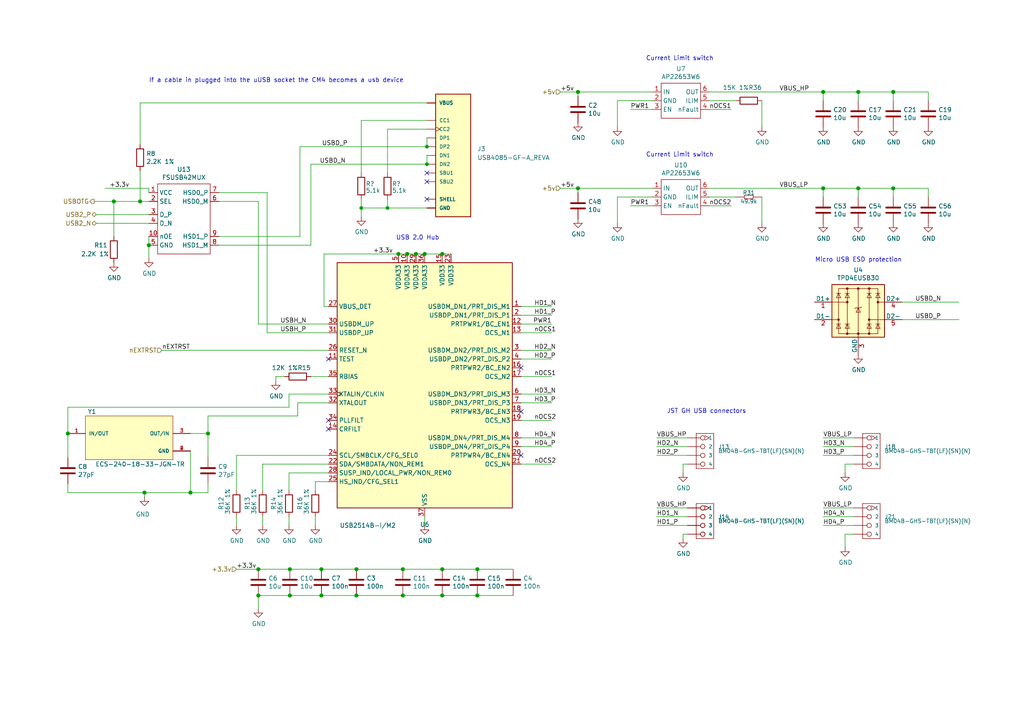
<source format=kicad_sch>
(kicad_sch (version 20201015) (generator eeschema)
  (page 1 6)
  (paper "A4")
  (title_block (title "Compute Module 4 IO Board - USB") (rev "1") (company "(c) Raspberry Pi Trading 2020") (comment 1 "www.raspberrypi.org"))
  (lib_symbols
    (symbol "CM4IO:AP2553W6"
      (property "Reference" "U" (at 3.81 -6.35 0))
      (property "Value" "AP2553W6" (at -3.81 -6.35 0))
      (symbol "AP2553W6_0_0"
        (pin power_in line (at -8.89 2.54 0) (length 2.54) (name "IN") (number "1"))
        (pin power_out line (at -8.89 0 0) (length 2.54) (name "GND") (number "2"))
        (pin input line (at -8.89 -2.54 0) (length 2.54) (name "EN") (number "3"))
        (pin open_collector line (at 7.62 -2.54 180) (length 2.54) (name "nFault") (number "4"))
        (pin passive line (at 7.62 0 180) (length 2.54) (name "ILIM") (number "5"))
        (pin power_out line (at 7.62 2.54 180) (length 2.54) (name "OUT") (number "6"))
      )
    )
    (symbol "CM4IO:FSUSB42MX"
      (property "Reference" "U" (at -7.62 20.32 0))
      (property "Value" "FSUSB42MX" (at -2.54 -2.54 0))
      (symbol "FSUSB42MX_0_0"
        (pin power_in line (at 8.89 16.51 180) (length 2.54) (name "VCC") (number "1"))
        (pin input line (at 8.89 3.81 180) (length 2.54) (name "nOE") (number "10"))
        (pin input line (at 8.89 13.97 180) (length 2.54) (name "SEL") (number "2"))
        (pin bidirectional line (at 8.89 10.16 180) (length 2.54) (name "D_P") (number "3"))
        (pin bidirectional line (at 8.89 7.62 180) (length 2.54) (name "D_N") (number "4"))
        (pin power_in line (at 8.89 1.27 180) (length 2.54) (name "GND") (number "5"))
        (pin bidirectional line (at -11.43 13.97 0) (length 2.54) (name "HSD0_M") (number "6"))
        (pin bidirectional line (at -11.43 16.51 0) (length 2.54) (name "HSD0_P") (number "7"))
        (pin bidirectional line (at -11.43 1.27 0) (length 2.54) (name "HSD1_M") (number "8"))
        (pin bidirectional line (at -11.43 3.81 0) (length 2.54) (name "HSD1_P") (number "9"))
      )
    )
    (symbol "CM4IO:TPD4EUSB30" (pin_names (offset 0))
      (property "Reference" "U" (at -0.635 8.89 0))
      (property "Value" "TPD4EUSB30" (at 8.89 -10.16 0))
      (symbol "TPD4EUSB30_1_1"
        (pin passive line (at -12.7 2.54 0) (length 5.08) (name "D1+") (number "1"))
        (pin passive line (at -12.7 2.54 0) (length 5.08) hide (name "~") (number "10"))
        (pin passive line (at -12.7 -2.54 0) (length 5.08) (name "D1-") (number "2"))
        (pin power_in line (at 0 -12.7 90) (length 5.08) (name "GND") (number "3"))
        (pin passive line (at 12.7 2.54 180) (length 5.08) (name "D2+") (number "4"))
        (pin passive line (at 12.7 -2.54 180) (length 5.08) (name "D2-") (number "5"))
        (pin passive line (at 12.7 -2.54 180) (length 5.08) hide (name "~") (number "6"))
        (pin passive line (at 12.7 2.54 180) (length 5.08) hide (name "~") (number "7"))
        (pin passive line (at 0 -12.7 90) (length 5.08) hide (name "GND") (number "8"))
        (pin passive line (at -12.7 -2.54 0) (length 5.08) hide (name "~") (number "9"))
      )
    )
    (symbol "Device:C" (pin_numbers hide) (pin_names (offset 0.254))
      (property "Reference" "C" (at 0.635 2.54 0))
      (property "Value" "C" (at 0.635 -2.54 0))
      (symbol "C_1_1"
        (pin passive line (at 0 3.81 270) (length 2.794) (name "~") (number "1"))
        (pin passive line (at 0 -3.81 90) (length 2.794) (name "~") (number "2"))
      )
    )
    (symbol "Device:R" (pin_numbers hide) (pin_names (offset 0))
      (property "Reference" "R" (at 2.032 0 90))
      (property "Value" "R" (at 0 0 90))
      (symbol "R_1_1"
        (pin passive line (at 0 3.81 270) (length 1.27) (name "~") (number "1"))
        (pin passive line (at 0 -3.81 90) (length 1.27) (name "~") (number "2"))
      )
    )
    (symbol "ECS-240-18-33-JGN-TR:ECS-240-18-33-JGN-TR" (pin_names (offset 1.016))
      (property "Reference" "Y" (at -12.7254 7.62 0))
      (property "Value" "ECS-240-18-33-JGN-TR" (at -12.7254 -7.62 0))
      (symbol "ECS-240-18-33-JGN-TR_0_0"
        (pin bidirectional line (at 17.78 2.54 180) (length 5.08) (name "OUT/IN") (number "3"))
        (pin bidirectional line (at -17.78 2.54 0) (length 5.08) (name "IN/OUT") (number "1"))
        (pin power_in line (at 17.78 -2.54 180) (length 5.08) (name "GND") (number "2"))
        (pin power_in line (at 17.78 -2.54 180) (length 5.08) (name "GND") (number "4"))
      )
    )
    (symbol "Interface_USB:USB2514B_Bi"
      (property "Reference" "U" (at -17.78 40.64 0))
      (property "Value" "USB2514B_Bi" (at -20.32 38.1 0))
      (symbol "USB2514B_Bi_1_1"
        (pin bidirectional line (at 27.94 22.86 180) (length 2.54) (name "USBDM_DN1/PRT_DIS_M1") (number "1"))
        (pin power_in line (at -5.08 38.1 270) (length 2.54) (name "VDDA33") (number "10"))
        (pin input line (at -27.94 7.62 0) (length 2.54) (name "TEST") (number "11"))
        (pin bidirectional line (at 27.94 17.78 180) (length 2.54) (name "PRTPWR1/BC_EN1") (number "12"))
        (pin input line (at 27.94 15.24 180) (length 2.54) (name "OCS_N1") (number "13"))
        (pin input line (at -27.94 -12.7 0) (length 2.54) (name "CRFILT") (number "14"))
        (pin power_in line (at 5.08 38.1 270) (length 2.54) (name "VDD33") (number "15"))
        (pin bidirectional line (at 27.94 5.08 180) (length 2.54) (name "PRTPWR2/BC_EN2") (number "16"))
        (pin input line (at 27.94 2.54 180) (length 2.54) (name "OCS_N2") (number "17"))
        (pin bidirectional line (at 27.94 -7.62 180) (length 2.54) (name "PRTPWR3/BC_EN3") (number "18"))
        (pin input line (at 27.94 -10.16 180) (length 2.54) (name "OCS_N3") (number "19"))
        (pin bidirectional line (at 27.94 20.32 180) (length 2.54) (name "USBDP_DN1/PRT_DIS_P1") (number "2"))
        (pin bidirectional line (at 27.94 -20.32 180) (length 2.54) (name "PRTPWR4/BC_EN4") (number "20"))
        (pin input line (at 27.94 -22.86 180) (length 2.54) (name "OCS_N4") (number "21"))
        (pin bidirectional line (at -27.94 -22.86 0) (length 2.54) (name "SDA/SMBDATA/NON_REM1") (number "22"))
        (pin power_in line (at 7.62 38.1 270) (length 2.54) (name "VDD33") (number "23"))
        (pin bidirectional line (at -27.94 -20.32 0) (length 2.54) (name "SCL/SMBCLK/CFG_SEL0") (number "24"))
        (pin bidirectional line (at -27.94 -27.94 0) (length 2.54) (name "HS_IND/CFG_SEL1") (number "25"))
        (pin input line (at -27.94 10.16 0) (length 2.54) (name "RESET_N") (number "26"))
        (pin input line (at -27.94 22.86 0) (length 2.54) (name "VBUS_DET") (number "27"))
        (pin bidirectional line (at -27.94 -25.4 0) (length 2.54) (name "SUSP_IND/LOCAL_PWR/NON_REM0") (number "28"))
        (pin power_in line (at -2.54 38.1 270) (length 2.54) (name "VDDA33") (number "29"))
        (pin bidirectional line (at 27.94 10.16 180) (length 2.54) (name "USBDM_DN2/PRT_DIS_M2") (number "3"))
        (pin bidirectional line (at -27.94 17.78 0) (length 2.54) (name "USBDM_UP") (number "30"))
        (pin bidirectional line (at -27.94 15.24 0) (length 2.54) (name "USBDP_UP") (number "31"))
        (pin output line (at -27.94 -5.08 0) (length 2.54) (name "XTALOUT") (number "32"))
        (pin input clock (at -27.94 -2.54 0) (length 2.54) (name "XTALIN/CLKIN") (number "33"))
        (pin input line (at -27.94 -10.16 0) (length 2.54) (name "PLLFILT") (number "34"))
        (pin input line (at -27.94 2.54 0) (length 2.54) (name "RBIAS") (number "35"))
        (pin power_in line (at 0 38.1 270) (length 2.54) (name "VDDA33") (number "36"))
        (pin power_in line (at 0 -38.1 90) (length 2.54) (name "VSS") (number "37"))
        (pin bidirectional line (at 27.94 7.62 180) (length 2.54) (name "USBDP_DN2/PRT_DIS_P2") (number "4"))
        (pin power_in line (at -7.62 38.1 270) (length 2.54) (name "VDDA33") (number "5"))
        (pin bidirectional line (at 27.94 -2.54 180) (length 2.54) (name "USBDM_DN3/PRT_DIS_M3") (number "6"))
        (pin bidirectional line (at 27.94 -5.08 180) (length 2.54) (name "USBDP_DN3/PRT_DIS_P3") (number "7"))
        (pin bidirectional line (at 27.94 -15.24 180) (length 2.54) (name "USBDM_DN4/PRT_DIS_M4") (number "8"))
        (pin bidirectional line (at 27.94 -17.78 180) (length 2.54) (name "USBDP_DN4/PRT_DIS_P4") (number "9"))
      )
    )
    (symbol "OPL_Connector:GROVE-CONNECTOR-SMD-90D_4+2P-2.0_" (pin_numbers hide) (pin_names (offset 1.016))
      (property "Reference" "J" (at -7.62 6.35 0))
      (property "Value" "GROVE-CONNECTOR-SMD-90D_4+2P-2.0_" (at 1.27 6.35 0))
      (symbol "GROVE-CONNECTOR-SMD-90D_4+2P-2.0__1_1"
        (pin bidirectional inverted_clock (at -5.08 3.81 0) (length 5.08) (name "1") (number "1"))
        (pin bidirectional inverted (at -5.08 1.27 0) (length 5.08) (name "2") (number "2"))
        (pin bidirectional inverted (at -5.08 -1.27 0) (length 5.08) (name "3") (number "3"))
        (pin bidirectional inverted (at -5.08 -3.81 0) (length 5.08) (name "4") (number "4"))
      )
    )
    (symbol "OPL_Resistor:SMD-RES-49.9R-1%-1_16W_0402_" (pin_numbers hide) (pin_names (offset 1.016) hide)
      (property "Reference" "R" (at -3.81 1.27 0))
      (property "Value" "SMD-RES-49.9R-1%-1_16W_0402_" (at -3.81 -2.54 0))
      (symbol "SMD-RES-49.9R-1%-1_16W_0402__1_1"
        (pin passive line (at -3.81 0 0) (length 2.54) (name "1") (number "1"))
        (pin passive line (at 3.81 0 180) (length 2.54) (name "2") (number "2"))
      )
    )
    (symbol "USB4085-GF-A_REVA:USB4085-GF-A_REVA" (pin_numbers hide) (pin_names (offset 1.016))
      (property "Reference" "J" (at -5.1054 18.3134 0))
      (property "Value" "USB4085-GF-A_REVA" (at -5.1054 -20.3708 0))
      (symbol "USB4085-GF-A_REVA_0_0"
        (pin power_in line (at -7.62 15.24 0) (length 2.54) (name "VBUS") (number "A4"))
        (pin power_in line (at -7.62 15.24 0) (length 2.54) (name "VBUS") (number "A9"))
        (pin power_in line (at -7.62 15.24 0) (length 2.54) (name "VBUS") (number "B4"))
        (pin power_in line (at -7.62 15.24 0) (length 2.54) (name "VBUS") (number "B9"))
        (pin bidirectional line (at -7.62 10.16 0) (length 2.54) (name "CC1") (number "A5"))
        (pin bidirectional clock (at -7.62 7.62 0) (length 2.54) (name "CC2") (number "B5"))
        (pin bidirectional line (at -7.62 5.08 0) (length 2.54) (name "DP1") (number "A6"))
        (pin bidirectional line (at -7.62 2.54 0) (length 2.54) (name "DP2") (number "B6"))
        (pin bidirectional line (at -7.62 0 0) (length 2.54) (name "DN1") (number "A7"))
        (pin bidirectional line (at -7.62 -2.54 0) (length 2.54) (name "DN2") (number "B7"))
        (pin bidirectional line (at -7.62 -5.08 0) (length 2.54) (name "SBU1") (number "A8"))
        (pin bidirectional line (at -7.62 -7.62 0) (length 2.54) (name "SBU2") (number "B8"))
        (pin passive line (at -7.62 -15.24 0) (length 2.54) (name "GND") (number "A1"))
        (pin passive line (at -7.62 -15.24 0) (length 2.54) (name "GND") (number "A12"))
        (pin passive line (at -7.62 -15.24 0) (length 2.54) (name "GND") (number "B1"))
        (pin passive line (at -7.62 -15.24 0) (length 2.54) (name "GND") (number "B12"))
        (pin passive line (at -7.62 -12.7 0) (length 2.54) (name "SHELL") (number "P1"))
        (pin passive line (at -7.62 -12.7 0) (length 2.54) (name "SHELL") (number "P2"))
        (pin passive line (at -7.62 -12.7 0) (length 2.54) (name "SHELL") (number "P3"))
        (pin passive line (at -7.62 -12.7 0) (length 2.54) (name "SHELL") (number "P4"))
      )
    )
    (symbol "power:GND" (power) (pin_names (offset 0))
      (property "Value" "GND" (at 0 -3.81 0))
      (symbol "GND_1_1"
        (pin power_in line (at 0 0 270) (length 0) hide (name "GND") (number "1"))
      )
    )
  )
  (junction (at 19.685 125.73) (diameter 1.016))
  (junction (at 33.02 58.42) (diameter 1.016))
  (junction (at 40.64 58.42) (diameter 1.016))
  (junction (at 41.91 142.875) (diameter 1.016))
  (junction (at 43.18 71.12) (diameter 1.016))
  (junction (at 55.245 142.875) (diameter 1.016))
  (junction (at 60.325 125.73) (diameter 1.016))
  (junction (at 74.93 165.1) (diameter 1.016))
  (junction (at 74.93 172.72) (diameter 1.016))
  (junction (at 84.074 165.1) (diameter 1.016))
  (junction (at 84.074 172.72) (diameter 1.016))
  (junction (at 93.218 165.1) (diameter 1.016))
  (junction (at 93.218 172.72) (diameter 1.016))
  (junction (at 103.378 165.1) (diameter 1.016))
  (junction (at 103.378 172.72) (diameter 1.016))
  (junction (at 104.775 60.325) (diameter 0.9144))
  (junction (at 112.395 60.325) (diameter 0.9144))
  (junction (at 115.57 73.66) (diameter 1.016))
  (junction (at 116.84 165.1) (diameter 1.016))
  (junction (at 116.84 172.72) (diameter 1.016))
  (junction (at 118.11 73.66) (diameter 1.016))
  (junction (at 120.65 73.66) (diameter 1.016))
  (junction (at 123.19 73.66) (diameter 1.016))
  (junction (at 123.825 42.545) (diameter 0.9144))
  (junction (at 123.825 47.625) (diameter 0.9144))
  (junction (at 128.27 73.66) (diameter 1.016))
  (junction (at 128.27 165.1) (diameter 1.016))
  (junction (at 128.27 172.72) (diameter 1.016))
  (junction (at 138.43 165.1) (diameter 1.016))
  (junction (at 138.43 172.72) (diameter 1.016))
  (junction (at 167.64 26.67) (diameter 1.016))
  (junction (at 167.64 54.61) (diameter 1.016))
  (junction (at 238.76 26.67) (diameter 1.016))
  (junction (at 238.76 54.61) (diameter 1.016))
  (junction (at 248.92 26.67) (diameter 1.016))
  (junction (at 248.92 54.61) (diameter 1.016))
  (junction (at 259.08 26.67) (diameter 1.016))
  (junction (at 259.08 54.61) (diameter 1.016))
  (no_connect (at 95.25 104.14))
  (no_connect (at 151.13 106.68))
  (no_connect (at 151.13 119.38))
  (no_connect (at 151.13 132.08))
  (no_connect (at 123.825 57.785))
  (no_connect (at 95.25 124.46))
  (no_connect (at 123.825 50.165))
  (no_connect (at 123.825 52.705))
  (no_connect (at 95.25 121.92))
  (wire (pts (xy 19.685 118.11) (xy 83.82 118.11)))
  (wire (pts (xy 19.685 125.73) (xy 19.685 118.11)))
  (wire (pts (xy 19.685 125.73) (xy 19.685 132.715)))
  (wire (pts (xy 19.685 140.335) (xy 19.685 142.875)))
  (wire (pts (xy 19.685 142.875) (xy 41.91 142.875)))
  (wire (pts (xy 27.305 58.42) (xy 33.02 58.42)))
  (wire (pts (xy 27.94 62.23) (xy 43.18 62.23)))
  (wire (pts (xy 27.94 64.77) (xy 43.18 64.77)))
  (wire (pts (xy 30.48 54.61) (xy 43.18 54.61)))
  (wire (pts (xy 33.02 58.42) (xy 33.02 68.58)))
  (wire (pts (xy 40.64 29.845) (xy 40.64 41.91)))
  (wire (pts (xy 40.64 29.845) (xy 123.825 29.845)))
  (wire (pts (xy 40.64 49.53) (xy 40.64 58.42)))
  (wire (pts (xy 40.64 58.42) (xy 33.02 58.42)))
  (wire (pts (xy 41.91 142.875) (xy 41.91 144.145)))
  (wire (pts (xy 43.18 55.88) (xy 43.18 54.61)))
  (wire (pts (xy 43.18 58.42) (xy 40.64 58.42)))
  (wire (pts (xy 43.18 68.58) (xy 43.18 71.12)))
  (wire (pts (xy 43.18 71.12) (xy 43.18 74.93)))
  (wire (pts (xy 46.99 101.6) (xy 95.25 101.6)))
  (wire (pts (xy 55.245 125.73) (xy 60.325 125.73)))
  (wire (pts (xy 55.245 130.81) (xy 55.245 142.875)))
  (wire (pts (xy 55.245 142.875) (xy 41.91 142.875)))
  (wire (pts (xy 60.325 120.65) (xy 60.325 125.73)))
  (wire (pts (xy 60.325 125.73) (xy 60.325 132.715)))
  (wire (pts (xy 60.325 140.335) (xy 60.325 142.875)))
  (wire (pts (xy 60.325 142.875) (xy 55.245 142.875)))
  (wire (pts (xy 63.5 55.88) (xy 77.47 55.88)))
  (wire (pts (xy 63.5 58.42) (xy 74.93 58.42)))
  (wire (pts (xy 63.5 68.58) (xy 86.995 68.58)))
  (wire (pts (xy 63.5 71.12) (xy 90.17 71.12)))
  (wire (pts (xy 68.58 132.08) (xy 95.25 132.08)))
  (wire (pts (xy 68.58 142.24) (xy 68.58 132.08)))
  (wire (pts (xy 68.58 149.86) (xy 68.58 152.4)))
  (wire (pts (xy 68.58 165.1) (xy 74.93 165.1)))
  (wire (pts (xy 74.93 58.42) (xy 74.93 93.98)))
  (wire (pts (xy 74.93 165.1) (xy 84.074 165.1)))
  (wire (pts (xy 74.93 172.72) (xy 84.074 172.72)))
  (wire (pts (xy 74.93 176.53) (xy 74.93 172.72)))
  (wire (pts (xy 76.2 134.62) (xy 95.25 134.62)))
  (wire (pts (xy 76.2 142.24) (xy 76.2 134.62)))
  (wire (pts (xy 76.2 149.86) (xy 76.2 152.4)))
  (wire (pts (xy 77.47 55.88) (xy 77.47 96.52)))
  (wire (pts (xy 77.47 96.52) (xy 95.25 96.52)))
  (wire (pts (xy 80.01 109.22) (xy 80.01 110.49)))
  (wire (pts (xy 82.55 109.22) (xy 80.01 109.22)))
  (wire (pts (xy 83.82 114.3) (xy 83.82 118.11)))
  (wire (pts (xy 83.82 114.3) (xy 95.25 114.3)))
  (wire (pts (xy 83.82 137.16) (xy 95.25 137.16)))
  (wire (pts (xy 83.82 142.24) (xy 83.82 137.16)))
  (wire (pts (xy 83.82 149.86) (xy 83.82 152.4)))
  (wire (pts (xy 84.074 165.1) (xy 93.218 165.1)))
  (wire (pts (xy 84.074 172.72) (xy 93.218 172.72)))
  (wire (pts (xy 86.36 116.84) (xy 86.36 120.65)))
  (wire (pts (xy 86.36 120.65) (xy 60.325 120.65)))
  (wire (pts (xy 86.995 42.545) (xy 123.825 42.545)))
  (wire (pts (xy 86.995 68.58) (xy 86.995 42.545)))
  (wire (pts (xy 90.17 47.625) (xy 90.17 71.12)))
  (wire (pts (xy 90.17 47.625) (xy 123.825 47.625)))
  (wire (pts (xy 90.17 109.22) (xy 95.25 109.22)))
  (wire (pts (xy 91.44 139.7) (xy 95.25 139.7)))
  (wire (pts (xy 91.44 142.24) (xy 91.44 139.7)))
  (wire (pts (xy 91.44 149.86) (xy 91.44 152.4)))
  (wire (pts (xy 93.218 165.1) (xy 103.378 165.1)))
  (wire (pts (xy 93.218 172.72) (xy 103.378 172.72)))
  (wire (pts (xy 93.98 73.66) (xy 115.57 73.66)))
  (wire (pts (xy 93.98 88.9) (xy 93.98 73.66)))
  (wire (pts (xy 95.25 88.9) (xy 93.98 88.9)))
  (wire (pts (xy 95.25 93.98) (xy 74.93 93.98)))
  (wire (pts (xy 95.25 116.84) (xy 86.36 116.84)))
  (wire (pts (xy 103.378 165.1) (xy 116.84 165.1)))
  (wire (pts (xy 103.378 172.72) (xy 116.84 172.72)))
  (wire (pts (xy 104.775 34.925) (xy 123.825 34.925)))
  (wire (pts (xy 104.775 50.165) (xy 104.775 34.925)))
  (wire (pts (xy 104.775 57.785) (xy 104.775 60.325)))
  (wire (pts (xy 104.775 60.325) (xy 104.775 62.865)))
  (wire (pts (xy 104.775 60.325) (xy 112.395 60.325)))
  (wire (pts (xy 112.395 37.465) (xy 112.395 50.165)))
  (wire (pts (xy 112.395 37.465) (xy 123.825 37.465)))
  (wire (pts (xy 112.395 57.785) (xy 112.395 60.325)))
  (wire (pts (xy 115.57 73.66) (xy 118.11 73.66)))
  (wire (pts (xy 116.84 165.1) (xy 128.27 165.1)))
  (wire (pts (xy 116.84 172.72) (xy 128.27 172.72)))
  (wire (pts (xy 118.11 73.66) (xy 120.65 73.66)))
  (wire (pts (xy 120.65 73.66) (xy 123.19 73.66)))
  (wire (pts (xy 123.19 73.66) (xy 128.27 73.66)))
  (wire (pts (xy 123.19 149.86) (xy 123.19 152.4)))
  (wire (pts (xy 123.825 40.005) (xy 123.825 42.545)))
  (wire (pts (xy 123.825 45.085) (xy 123.825 47.625)))
  (wire (pts (xy 123.825 60.325) (xy 112.395 60.325)))
  (wire (pts (xy 128.27 73.66) (xy 130.81 73.66)))
  (wire (pts (xy 128.27 165.1) (xy 138.43 165.1)))
  (wire (pts (xy 128.27 172.72) (xy 138.43 172.72)))
  (wire (pts (xy 138.43 165.1) (xy 148.844 165.1)))
  (wire (pts (xy 138.43 172.72) (xy 148.844 172.72)))
  (wire (pts (xy 151.13 88.9) (xy 160.02 88.9)))
  (wire (pts (xy 151.13 91.44) (xy 160.02 91.44)))
  (wire (pts (xy 151.13 93.98) (xy 160.02 93.98)))
  (wire (pts (xy 151.13 96.52) (xy 160.02 96.52)))
  (wire (pts (xy 151.13 101.6) (xy 160.02 101.6)))
  (wire (pts (xy 151.13 104.14) (xy 160.02 104.14)))
  (wire (pts (xy 151.13 109.22) (xy 160.02 109.22)))
  (wire (pts (xy 151.13 114.3) (xy 160.02 114.3)))
  (wire (pts (xy 151.13 116.84) (xy 160.02 116.84)))
  (wire (pts (xy 151.13 121.92) (xy 160.02 121.92)))
  (wire (pts (xy 151.13 127) (xy 160.02 127)))
  (wire (pts (xy 151.13 129.54) (xy 160.02 129.54)))
  (wire (pts (xy 151.13 134.62) (xy 160.02 134.62)))
  (wire (pts (xy 162.56 26.67) (xy 167.64 26.67)))
  (wire (pts (xy 162.56 54.61) (xy 167.64 54.61)))
  (wire (pts (xy 167.64 26.67) (xy 189.23 26.67)))
  (wire (pts (xy 167.64 27.94) (xy 167.64 26.67)))
  (wire (pts (xy 167.64 54.61) (xy 189.23 54.61)))
  (wire (pts (xy 167.64 55.88) (xy 167.64 54.61)))
  (wire (pts (xy 179.07 29.21) (xy 179.07 36.83)))
  (wire (pts (xy 179.07 57.15) (xy 179.07 64.77)))
  (wire (pts (xy 182.88 31.75) (xy 189.23 31.75)))
  (wire (pts (xy 182.88 59.69) (xy 189.23 59.69)))
  (wire (pts (xy 189.23 29.21) (xy 179.07 29.21)))
  (wire (pts (xy 189.23 57.15) (xy 179.07 57.15)))
  (wire (pts (xy 190.5 127) (xy 199.39 127)))
  (wire (pts (xy 190.5 129.54) (xy 199.39 129.54)))
  (wire (pts (xy 190.5 132.08) (xy 199.39 132.08)))
  (wire (pts (xy 190.5 147.32) (xy 199.39 147.32)))
  (wire (pts (xy 190.5 149.86) (xy 199.39 149.86)))
  (wire (pts (xy 190.5 152.4) (xy 199.39 152.4)))
  (wire (pts (xy 198.12 134.62) (xy 198.12 137.16)))
  (wire (pts (xy 198.12 154.94) (xy 198.12 156.21)))
  (wire (pts (xy 199.39 134.62) (xy 198.12 134.62)))
  (wire (pts (xy 199.39 154.94) (xy 198.12 154.94)))
  (wire (pts (xy 205.74 26.67) (xy 238.76 26.67)))
  (wire (pts (xy 205.74 29.21) (xy 213.36 29.21)))
  (wire (pts (xy 205.74 31.75) (xy 212.09 31.75)))
  (wire (pts (xy 205.74 54.61) (xy 238.76 54.61)))
  (wire (pts (xy 205.74 57.15) (xy 213.36 57.15)))
  (wire (pts (xy 205.74 59.69) (xy 212.09 59.69)))
  (wire (pts (xy 220.98 29.21) (xy 220.98 36.83)))
  (wire (pts (xy 220.98 57.15) (xy 220.98 64.77)))
  (wire (pts (xy 238.76 26.67) (xy 248.92 26.67)))
  (wire (pts (xy 238.76 29.21) (xy 238.76 26.67)))
  (wire (pts (xy 238.76 54.61) (xy 248.92 54.61)))
  (wire (pts (xy 238.76 57.15) (xy 238.76 54.61)))
  (wire (pts (xy 238.76 127) (xy 247.65 127)))
  (wire (pts (xy 238.76 129.54) (xy 247.65 129.54)))
  (wire (pts (xy 238.76 132.08) (xy 247.65 132.08)))
  (wire (pts (xy 238.76 147.32) (xy 247.65 147.32)))
  (wire (pts (xy 238.76 149.86) (xy 247.65 149.86)))
  (wire (pts (xy 238.76 152.4) (xy 247.65 152.4)))
  (wire (pts (xy 245.11 134.62) (xy 245.11 137.16)))
  (wire (pts (xy 245.11 134.62) (xy 247.65 134.62)))
  (wire (pts (xy 245.11 154.94) (xy 245.11 158.75)))
  (wire (pts (xy 247.65 154.94) (xy 245.11 154.94)))
  (wire (pts (xy 248.92 26.67) (xy 248.92 29.21)))
  (wire (pts (xy 248.92 26.67) (xy 259.08 26.67)))
  (wire (pts (xy 248.92 54.61) (xy 248.92 57.15)))
  (wire (pts (xy 248.92 54.61) (xy 259.08 54.61)))
  (wire (pts (xy 259.08 26.67) (xy 259.08 29.21)))
  (wire (pts (xy 259.08 26.67) (xy 269.24 26.67)))
  (wire (pts (xy 259.08 54.61) (xy 259.08 57.15)))
  (wire (pts (xy 259.08 54.61) (xy 269.24 54.61)))
  (wire (pts (xy 261.62 87.63) (xy 278.13 87.63)))
  (wire (pts (xy 261.62 92.71) (xy 278.13 92.71)))
  (wire (pts (xy 269.24 29.21) (xy 269.24 26.67)))
  (wire (pts (xy 269.24 57.15) (xy 269.24 54.61)))
  (text "If a cable in plugged into the uUSB socket the CM4 becomes a usb device" (at 43.18 24.13 0) (effects (font (size 1.27 1.27)) (justify left bottom)))
  (text "USB 2.0 Hub" (at 127.4318 69.7992 180) (effects (font (size 1.27 1.27)) (justify right bottom)))
  (text "Current Limit switch" (at 207.01 17.78 180) (effects (font (size 1.27 1.27)) (justify right bottom)))
  (text "Current Limit switch" (at 207.01 45.72 180) (effects (font (size 1.27 1.27)) (justify right bottom)))
  (text "JST GH USB connectors" (at 216.4588 120.0912 180) (effects (font (size 1.27 1.27)) (justify right bottom)))
  (text "Micro USB ESD protection" (at 261.62 76.2 180) (effects (font (size 1.27 1.27)) (justify right bottom)))
  (label "+3.3v" (at 31.75 54.61 0))
  (label "nEXTRST" (at 46.99 101.6 0))
  (label "+3.3v" (at 68.58 165.1 0))
  (label "USBH_N" (at 81.28 93.98 0))
  (label "USBH_P" (at 81.28 96.52 0))
  (label "USBD_N" (at 92.71 47.625 0))
  (label "USBD_P" (at 93.345 42.545 0))
  (label "+3.3v" (at 108.204 73.66 0))
  (label "HD1_N" (at 154.94 88.9 0))
  (label "HD1_P" (at 154.94 91.44 0))
  (label "nOCS1" (at 154.94 96.52 0))
  (label "HD2_N" (at 154.94 101.6 0))
  (label "HD2_P" (at 154.94 104.14 0))
  (label "nOCS1" (at 154.94 109.22 0))
  (label "HD3_N" (at 154.94 114.3 0))
  (label "HD3_P" (at 154.94 116.84 0))
  (label "nOCS2" (at 154.94 121.92 0))
  (label "HD4_N" (at 154.94 127 0))
  (label "HD4_P" (at 154.94 129.54 0))
  (label "nOCS2" (at 154.94 134.62 0))
  (label "PWR1" (at 160.02 93.98 180))
  (label "+5v" (at 162.56 26.67 0))
  (label "+5v" (at 162.56 54.61 0))
  (label "PWR1" (at 182.88 31.75 0))
  (label "PWR1" (at 182.88 59.69 0))
  (label "VBUS_HP" (at 190.5 127 0))
  (label "HD2_N" (at 190.5 129.54 0))
  (label "HD2_P" (at 190.5 132.08 0))
  (label "VBUS_HP" (at 190.5 147.32 0))
  (label "HD1_N" (at 190.5 149.86 0))
  (label "HD1_P" (at 190.5 152.4 0))
  (label "nOCS1" (at 205.74 31.75 0))
  (label "nOCS2" (at 205.74 59.69 0))
  (label "VBUS_HP" (at 226.06 26.67 0))
  (label "VBUS_LP" (at 226.06 54.61 0))
  (label "VBUS_LP" (at 238.76 127 0))
  (label "HD3_N" (at 238.76 129.54 0))
  (label "HD3_P" (at 238.76 132.08 0))
  (label "VBUS_LP" (at 238.76 147.32 0))
  (label "HD4_N" (at 238.76 149.86 0))
  (label "HD4_P" (at 238.76 152.4 0))
  (label "USBD_N" (at 265.43 87.63 0))
  (label "USBD_P" (at 265.43 92.71 0))
  (hierarchical_label "USBOTG" (shape output) (at 27.305 58.42 180))
  (hierarchical_label "USB2_P" (shape bidirectional) (at 27.94 62.23 180))
  (hierarchical_label "USB2_N" (shape bidirectional) (at 27.94 64.77 180))
  (hierarchical_label "nEXTRST" (shape input) (at 46.99 101.6 180))
  (hierarchical_label "+3.3v" (shape input) (at 68.58 165.1 180))
  (hierarchical_label "+5v" (shape input) (at 162.56 26.67 180))
  (hierarchical_label "+5v" (shape input) (at 162.56 54.61 180))
  (symbol (lib_id "OPL_Resistor:SMD-RES-49.9R-1%-1_16W_0402_") (at 217.17 57.15 0) (unit 1)
    (property "Reference" "R31" (at 217.17 55.88 0) (effects (font (size 1.143 1.143))))
    (property "Value" "49.9k" (at 217.17 58.42 0) (effects (font (size 1.143 1.143))))
    (property "Footprint" "Resistor_SMD:R_0402_1005Metric" (effects hide))
    (property "MPN" "RC0402FR-0749R9L" (effects hide))
    (property "SKU" "301010041" (effects hide))
    (property "P/N" "SMD-RES-49.9R-1%-1_16W_0402_" (effects hide))
  )
  (symbol (lib_id "power:GND") (at 33.02 76.2 0) (unit 1)
    (property "Reference" "#PWR0144" (effects hide))
    (property "Value" "GND" (at 33.147 80.5942 0))
  )
  (symbol (lib_id "power:GND") (at 41.91 144.145 0) (unit 1)
    (property "Reference" "#PWR07" (effects hide))
    (property "Value" "GND" (at 41.402 149.1742 0))
  )
  (symbol (lib_id "power:GND") (at 43.18 74.93 0) (unit 1)
    (property "Reference" "#PWR0143" (effects hide))
    (property "Value" "GND" (at 43.307 79.3242 0))
  )
  (symbol (lib_id "power:GND") (at 68.58 152.4 0) (unit 1)
    (property "Reference" "#PWR08" (effects hide))
    (property "Value" "GND" (at 68.707 156.7942 0))
  )
  (symbol (lib_id "power:GND") (at 74.93 176.53 0) (unit 1)
    (property "Reference" "#PWR06" (effects hide))
    (property "Value" "GND" (at 75.057 180.9242 0))
  )
  (symbol (lib_id "power:GND") (at 76.2 152.4 0) (unit 1)
    (property "Reference" "#PWR09" (effects hide))
    (property "Value" "GND" (at 76.327 156.7942 0))
  )
  (symbol (lib_id "power:GND") (at 80.01 110.49 0) (unit 1)
    (property "Reference" "#PWR010" (effects hide))
    (property "Value" "GND" (at 80.137 114.8842 0))
  )
  (symbol (lib_id "power:GND") (at 83.82 152.4 0) (unit 1)
    (property "Reference" "#PWR011" (effects hide))
    (property "Value" "GND" (at 83.947 156.7942 0))
  )
  (symbol (lib_id "power:GND") (at 91.44 152.4 0) (unit 1)
    (property "Reference" "#PWR012" (effects hide))
    (property "Value" "GND" (at 91.567 156.7942 0))
  )
  (symbol (lib_id "power:GND") (at 104.775 62.865 0) (unit 1)
    (property "Reference" "#PWR?" (effects hide))
    (property "Value" "GND" (at 104.902 67.2592 0))
  )
  (symbol (lib_id "power:GND") (at 123.19 152.4 0) (unit 1)
    (property "Reference" "#PWR0142" (effects hide))
    (property "Value" "GND" (at 123.317 156.7942 0))
  )
  (symbol (lib_id "power:GND") (at 167.64 35.56 0) (unit 1)
    (property "Reference" "#PWR017" (effects hide))
    (property "Value" "GND" (at 167.767 39.9542 0))
  )
  (symbol (lib_id "power:GND") (at 167.64 63.5 0) (unit 1)
    (property "Reference" "#PWR04" (effects hide))
    (property "Value" "GND" (at 167.767 67.8942 0))
  )
  (symbol (lib_id "power:GND") (at 179.07 36.83 0) (unit 1)
    (property "Reference" "#PWR014" (effects hide))
    (property "Value" "GND" (at 179.197 41.2242 0))
  )
  (symbol (lib_id "power:GND") (at 179.07 64.77 0) (unit 1)
    (property "Reference" "#PWR015" (effects hide))
    (property "Value" "GND" (at 179.197 69.1642 0))
  )
  (symbol (lib_id "power:GND") (at 198.12 137.16 0) (unit 1)
    (property "Reference" "#PWR023" (effects hide))
    (property "Value" "GND" (at 198.247 141.5542 0))
  )
  (symbol (lib_id "power:GND") (at 198.12 156.21 0) (unit 1)
    (property "Reference" "#PWR024" (effects hide))
    (property "Value" "GND" (at 198.247 160.6042 0))
  )
  (symbol (lib_id "power:GND") (at 220.98 36.83 0) (unit 1)
    (property "Reference" "#PWR019" (effects hide))
    (property "Value" "GND" (at 221.107 41.2242 0))
  )
  (symbol (lib_id "power:GND") (at 220.98 64.77 0) (unit 1)
    (property "Reference" "#PWR016" (effects hide))
    (property "Value" "GND" (at 221.107 69.1642 0))
  )
  (symbol (lib_id "power:GND") (at 238.76 36.83 0) (unit 1)
    (property "Reference" "#PWR021" (effects hide))
    (property "Value" "GND" (at 238.887 41.2242 0))
  )
  (symbol (lib_id "power:GND") (at 238.76 64.77 0) (unit 1)
    (property "Reference" "#PWR022" (effects hide))
    (property "Value" "GND" (at 238.887 69.1642 0))
  )
  (symbol (lib_id "power:GND") (at 245.11 137.16 0) (unit 1)
    (property "Reference" "#PWR025" (effects hide))
    (property "Value" "GND" (at 245.237 141.5542 0))
  )
  (symbol (lib_id "power:GND") (at 245.11 158.75 0) (unit 1)
    (property "Reference" "#PWR026" (effects hide))
    (property "Value" "GND" (at 245.237 163.1442 0))
  )
  (symbol (lib_id "power:GND") (at 248.92 36.83 0) (unit 1)
    (property "Reference" "#PWR018" (effects hide))
    (property "Value" "GND" (at 249.047 41.2242 0))
  )
  (symbol (lib_id "power:GND") (at 248.92 64.77 0) (unit 1)
    (property "Reference" "#PWR029" (effects hide))
    (property "Value" "GND" (at 249.047 69.1642 0))
  )
  (symbol (lib_id "power:GND") (at 248.92 102.87 0) (unit 1)
    (property "Reference" "#PWR0123" (effects hide))
    (property "Value" "GND" (at 249.047 107.2642 0))
  )
  (symbol (lib_id "power:GND") (at 259.08 36.83 0) (unit 1)
    (property "Reference" "#PWR049" (effects hide))
    (property "Value" "GND" (at 259.207 41.2242 0))
  )
  (symbol (lib_id "power:GND") (at 259.08 64.77 0) (unit 1)
    (property "Reference" "#PWR038" (effects hide))
    (property "Value" "GND" (at 259.207 69.1642 0))
  )
  (symbol (lib_id "power:GND") (at 269.24 36.83 0) (unit 1)
    (property "Reference" "#PWR050" (effects hide))
    (property "Value" "GND" (at 269.367 41.2242 0))
  )
  (symbol (lib_id "power:GND") (at 269.24 64.77 0) (unit 1)
    (property "Reference" "#PWR039" (effects hide))
    (property "Value" "GND" (at 269.367 69.1642 0))
  )
  (symbol (lib_id "Device:R") (at 33.02 72.39 0) (unit 1)
    (property "Reference" "R11" (at 27.305 71.12 0) (effects (justify left)))
    (property "Value" "2.2K 1%" (at 23.495 73.66 0) (effects (justify left)))
    (property "Footprint" "Resistor_SMD:R_0402_1005Metric" (effects hide))
    (property "Datasheet" "https://fscdn.rohm.com/en/products/databook/datasheet/passive/resistor/chip_resistor/mcr-e.pdf" (effects hide))
    (property "Field4" "Farnell" (effects hide))
    (property "Field5" "9239278" (effects hide))
    (property "Field7" "KOA EUROPE GMBH" (effects hide))
    (property "Field6" "RK73G1ETQTP2201D         " (effects hide))
    (property "Part Description" "Resistor 2.2K M1005 1% 63mW" (effects hide))
    (property "Field8" "120889581" (effects hide))
  )
  (symbol (lib_id "Device:R") (at 40.64 45.72 0) (unit 1)
    (property "Reference" "R8" (at 42.418 44.5516 0) (effects (justify left)))
    (property "Value" "2.2K 1%" (at 42.418 46.863 0) (effects (justify left)))
    (property "Footprint" "Resistor_SMD:R_0402_1005Metric" (effects hide))
    (property "Datasheet" "https://fscdn.rohm.com/en/products/databook/datasheet/passive/resistor/chip_resistor/mcr-e.pdf" (effects hide))
    (property "Field4" "Farnell" (effects hide))
    (property "Field5" "9239278" (effects hide))
    (property "Field7" "KOA EUROPE GMBH" (effects hide))
    (property "Field6" "RK73G1ETQTP2201D         " (effects hide))
    (property "Part Description" "Resistor 2.2K M1005 1% 63mW" (effects hide))
    (property "Field8" "120889581" (effects hide))
  )
  (symbol (lib_id "Device:R") (at 68.58 146.05 0) (unit 1)
    (property "Reference" "R12" (at 64.135 147.955 90) (effects (justify left)))
    (property "Value" "36K 1%" (at 66.04 149.225 90) (effects (justify left)))
    (property "Footprint" "Resistor_SMD:R_0402_1005Metric" (effects hide))
    (property "Datasheet" "https://fscdn.rohm.com/en/products/databook/datasheet/passive/resistor/chip_resistor/mcr-e.pdf" (effects hide))
    (property "Field4" "Farnell" (effects hide))
    (property "Field5" "1458788" (effects hide))
    (property "Field7" "Rohm" (effects hide))
    (property "Field6" "MCR01MZPF3602" (effects hide))
    (property "Part Description" "Resistor 36K M1005 1% 63mW" (effects hide))
  )
  (symbol (lib_id "Device:R") (at 76.2 146.05 0) (unit 1)
    (property "Reference" "R13" (at 71.755 147.955 90) (effects (justify left)))
    (property "Value" "36K 1%" (at 73.66 149.225 90) (effects (justify left)))
    (property "Footprint" "Resistor_SMD:R_0402_1005Metric" (effects hide))
    (property "Datasheet" "https://fscdn.rohm.com/en/products/databook/datasheet/passive/resistor/chip_resistor/mcr-e.pdf" (effects hide))
    (property "Field4" "Farnell" (effects hide))
    (property "Field5" "1458788" (effects hide))
    (property "Field7" "Rohm" (effects hide))
    (property "Field6" "MCR01MZPF3602" (effects hide))
    (property "Part Description" "Resistor 36K M1005 1% 63mW" (effects hide))
  )
  (symbol (lib_id "Device:R") (at 83.82 146.05 0) (unit 1)
    (property "Reference" "R14" (at 79.375 147.955 90) (effects (justify left)))
    (property "Value" "36K 1%" (at 81.28 149.225 90) (effects (justify left)))
    (property "Footprint" "Resistor_SMD:R_0402_1005Metric" (effects hide))
    (property "Datasheet" "https://fscdn.rohm.com/en/products/databook/datasheet/passive/resistor/chip_resistor/mcr-e.pdf" (effects hide))
    (property "Field4" "Farnell" (effects hide))
    (property "Field5" "1458788" (effects hide))
    (property "Field7" "Rohm" (effects hide))
    (property "Field6" "MCR01MZPF3602" (effects hide))
    (property "Part Description" "Resistor 36K M1005 1% 63mW" (effects hide))
  )
  (symbol (lib_id "Device:R") (at 86.36 109.22 90) (unit 1)
    (property "Reference" "R15" (at 90.17 106.68 90) (effects (justify left)))
    (property "Value" "12K 1%" (at 86.36 106.68 90) (effects (justify left)))
    (property "Footprint" "Resistor_SMD:R_0402_1005Metric" (effects hide))
    (property "Datasheet" "https://fscdn.rohm.com/en/products/databook/datasheet/passive/resistor/chip_resistor/mcr-e.pdf" (effects hide))
    (property "Field4" "Farnell" (effects hide))
    (property "Field5" "9239367" (effects hide))
    (property "Field7" "Rohm" (effects hide))
    (property "Field6" "MCR01MZPF1202" (effects hide))
    (property "Part Description" "Resistor 12K M1005 1% 63mW" (effects hide))
  )
  (symbol (lib_id "Device:R") (at 91.44 146.05 0) (unit 1)
    (property "Reference" "R16" (at 86.995 147.955 90) (effects (justify left)))
    (property "Value" "36K 1%" (at 88.9 149.225 90) (effects (justify left)))
    (property "Footprint" "Resistor_SMD:R_0402_1005Metric" (effects hide))
    (property "Datasheet" "https://fscdn.rohm.com/en/products/databook/datasheet/passive/resistor/chip_resistor/mcr-e.pdf" (effects hide))
    (property "Field4" "Farnell" (effects hide))
    (property "Field5" "1458788" (effects hide))
    (property "Field7" "Rohm" (effects hide))
    (property "Field6" "MCR01MZPF3602" (effects hide))
    (property "Part Description" "Resistor 36K M1005 1% 63mW" (effects hide))
  )
  (symbol (lib_id "Device:R") (at 104.775 53.975 0) (unit 1)
    (property "Reference" "R?" (at 106.045 53.34 0) (effects (justify left)))
    (property "Value" "5.1k" (at 106.045 55.245 0) (effects (justify left)))
    (property "Footprint" "Resistor_SMD:R_0402_1005Metric" (effects hide))
  )
  (symbol (lib_id "Device:R") (at 112.395 53.975 0) (unit 1)
    (property "Reference" "R?" (at 113.665 53.34 0) (effects (justify left)))
    (property "Value" "5.1k" (at 113.665 55.245 0) (effects (justify left)))
    (property "Footprint" "Resistor_SMD:R_0402_1005Metric" (effects hide))
  )
  (symbol (lib_id "Device:R") (at 217.17 29.21 90) (unit 1)
    (property "Reference" "R36" (at 220.98 25.4 90) (effects (justify left)))
    (property "Value" "15K 1%" (at 217.17 25.4 90) (effects (justify left)))
    (property "Footprint" "Resistor_SMD:R_0402_1005Metric" (effects hide))
    (property "Datasheet" "https://fscdn.rohm.com/en/products/databook/datasheet/passive/resistor/chip_resistor/mcr-e.pdf" (effects hide))
    (property "Field4" "Farnell" (effects hide))
    (property "Field5" "9239375" (effects hide))
    (property "Field6" "MCR01MZPF1502" (effects hide))
    (property "Field7" "Rohm" (effects hide))
    (property "Part Description" "Resistor 15K M1005 1% 63mW" (effects hide))
    (property "Field8" "120891581" (effects hide))
  )
  (symbol (lib_id "Device:C") (at 19.685 136.525 0) (unit 1)
    (property "Reference" "C8" (at 22.606 135.3566 0) (effects (justify left)))
    (property "Value" "27pF" (at 22.606 137.668 0) (effects (justify left)))
    (property "Footprint" "Capacitor_SMD:C_0402_1005Metric" (effects hide))
    (property "Datasheet" "https://search.murata.co.jp/Ceramy/image/img/A01X/G101/ENG/GJM1555C1H270JB01-01.pdf" (effects hide))
    (property "Field8" "UCAP00738 " (effects hide))
    (property "Field5" "490-17672-1-ND" (effects hide))
    (property "Field6" "GJM1555C1H270JB01D" (effects hide))
    (property "Field7" "Murata" (effects hide))
    (property "Part Description" "	27pF 5% 50V Ceramic Capacitor C0G, NP0 0402 (1005 Metric)" (effects hide))
    (property "Field4" "Digikey" (effects hide))
  )
  (symbol (lib_id "Device:C") (at 60.325 136.525 0) (unit 1)
    (property "Reference" "C9" (at 63.246 135.3566 0) (effects (justify left)))
    (property "Value" "27pF" (at 63.246 137.668 0) (effects (justify left)))
    (property "Footprint" "Capacitor_SMD:C_0402_1005Metric" (effects hide))
    (property "Datasheet" "https://search.murata.co.jp/Ceramy/image/img/A01X/G101/ENG/GJM1555C1H270JB01-01.pdf" (effects hide))
    (property "Field8" "UCAP00738 " (effects hide))
    (property "Field5" "490-17672-1-ND" (effects hide))
    (property "Field6" "GJM1555C1H270JB01D" (effects hide))
    (property "Field7" "Murata" (effects hide))
    (property "Part Description" "	27pF 5% 50V Ceramic Capacitor C0G, NP0 0402 (1005 Metric)" (effects hide))
    (property "Field4" "Digikey" (effects hide))
  )
  (symbol (lib_id "Device:C") (at 74.93 168.91 0) (unit 1)
    (property "Reference" "C6" (at 77.851 167.7416 0) (effects (justify left)))
    (property "Value" "10u" (at 77.851 170.053 0) (effects (justify left)))
    (property "Footprint" "Capacitor_SMD:C_0805_2012Metric" (effects hide))
    (property "Datasheet" "https://search.murata.co.jp/Ceramy/image/img/A01X/G101/ENG/GRM21BR71A106KA73-01.pdf" (effects hide))
    (property "Field5" "490-14381-1-ND" (effects hide))
    (property "Field4" "Digikey" (effects hide))
    (property "Field6" "GRM21BR71A106KA73L" (effects hide))
    (property "Field7" "Murata" (effects hide))
    (property "Part Description" "	10uF 10% 10V Ceramic Capacitor X7R 0805 (2012 Metric)" (effects hide))
    (property "Field8" "111893011" (effects hide))
  )
  (symbol (lib_id "Device:C") (at 84.074 168.91 0) (unit 1)
    (property "Reference" "C10" (at 86.995 167.7416 0) (effects (justify left)))
    (property "Value" "10u" (at 86.995 170.053 0) (effects (justify left)))
    (property "Footprint" "Capacitor_SMD:C_0805_2012Metric" (effects hide))
    (property "Datasheet" "https://search.murata.co.jp/Ceramy/image/img/A01X/G101/ENG/GRM21BR71A106KA73-01.pdf" (effects hide))
    (property "Field5" "490-14381-1-ND" (effects hide))
    (property "Field4" "Digikey" (effects hide))
    (property "Field6" "GRM21BR71A106KA73L" (effects hide))
    (property "Field7" "Murata" (effects hide))
    (property "Part Description" "	10uF 10% 10V Ceramic Capacitor X7R 0805 (2012 Metric)" (effects hide))
    (property "Field8" "111893011" (effects hide))
  )
  (symbol (lib_id "Device:C") (at 93.218 168.91 0) (unit 1)
    (property "Reference" "C7" (at 96.139 167.7416 0) (effects (justify left)))
    (property "Value" "100n" (at 96.139 170.053 0) (effects (justify left)))
    (property "Footprint" "Capacitor_SMD:C_0402_1005Metric" (effects hide))
    (property "Datasheet" "https://search.murata.co.jp/Ceramy/image/img/A01X/G101/ENG/GRM155R71C104KA88-01.pdf" (effects hide))
    (property "Field4" "Farnell" (effects hide))
    (property "Field5" "2611911" (effects hide))
    (property "Field6" "RM EMK105 B7104KV-F" (effects hide))
    (property "Field7" "TAIYO YUDEN EUROPE GMBH" (effects hide))
    (property "Part Description" "	0.1uF 10% 16V Ceramic Capacitor X7R 0402 (1005 Metric)" (effects hide))
    (property "Field8" "110091611" (effects hide))
  )
  (symbol (lib_id "Device:C") (at 103.378 168.91 0) (unit 1)
    (property "Reference" "C3" (at 106.299 167.7416 0) (effects (justify left)))
    (property "Value" "100n" (at 106.299 170.053 0) (effects (justify left)))
    (property "Footprint" "Capacitor_SMD:C_0402_1005Metric" (effects hide))
    (property "Datasheet" "https://search.murata.co.jp/Ceramy/image/img/A01X/G101/ENG/GRM155R71C104KA88-01.pdf" (effects hide))
    (property "Field4" "Farnell" (effects hide))
    (property "Field5" "2611911" (effects hide))
    (property "Field6" "RM EMK105 B7104KV-F" (effects hide))
    (property "Field7" "TAIYO YUDEN EUROPE GMBH" (effects hide))
    (property "Part Description" "	0.1uF 10% 16V Ceramic Capacitor X7R 0402 (1005 Metric)" (effects hide))
    (property "Field8" "110091611" (effects hide))
  )
  (symbol (lib_id "Device:C") (at 116.84 168.91 0) (unit 1)
    (property "Reference" "C11" (at 119.761 167.7416 0) (effects (justify left)))
    (property "Value" "100n" (at 119.761 170.053 0) (effects (justify left)))
    (property "Footprint" "Capacitor_SMD:C_0402_1005Metric" (effects hide))
    (property "Datasheet" "https://search.murata.co.jp/Ceramy/image/img/A01X/G101/ENG/GRM155R71C104KA88-01.pdf" (effects hide))
    (property "Field4" "Farnell" (effects hide))
    (property "Field5" "2611911" (effects hide))
    (property "Field6" "RM EMK105 B7104KV-F" (effects hide))
    (property "Field7" "TAIYO YUDEN EUROPE GMBH" (effects hide))
    (property "Part Description" "	0.1uF 10% 16V Ceramic Capacitor X7R 0402 (1005 Metric)" (effects hide))
    (property "Field8" "110091611" (effects hide))
  )
  (symbol (lib_id "Device:C") (at 128.27 168.91 0) (unit 1)
    (property "Reference" "C14" (at 131.191 167.7416 0) (effects (justify left)))
    (property "Value" "100n" (at 131.191 170.053 0) (effects (justify left)))
    (property "Footprint" "Capacitor_SMD:C_0402_1005Metric" (effects hide))
    (property "Datasheet" "https://search.murata.co.jp/Ceramy/image/img/A01X/G101/ENG/GRM155R71C104KA88-01.pdf" (effects hide))
    (property "Field4" "Farnell" (effects hide))
    (property "Field5" "2611911" (effects hide))
    (property "Field6" "RM EMK105 B7104KV-F" (effects hide))
    (property "Field7" "TAIYO YUDEN EUROPE GMBH" (effects hide))
    (property "Part Description" "	0.1uF 10% 16V Ceramic Capacitor X7R 0402 (1005 Metric)" (effects hide))
    (property "Field8" "110091611" (effects hide))
  )
  (symbol (lib_id "Device:C") (at 138.43 168.91 0) (unit 1)
    (property "Reference" "C15" (at 141.351 167.7416 0) (effects (justify left)))
    (property "Value" "100n" (at 141.351 170.053 0) (effects (justify left)))
    (property "Footprint" "Capacitor_SMD:C_0402_1005Metric" (effects hide))
    (property "Datasheet" "https://search.murata.co.jp/Ceramy/image/img/A01X/G101/ENG/GRM155R71C104KA88-01.pdf" (effects hide))
    (property "Field4" "Farnell" (effects hide))
    (property "Field5" "2611911" (effects hide))
    (property "Field6" "RM EMK105 B7104KV-F" (effects hide))
    (property "Field7" "TAIYO YUDEN EUROPE GMBH" (effects hide))
    (property "Part Description" "	0.1uF 10% 16V Ceramic Capacitor X7R 0402 (1005 Metric)" (effects hide))
    (property "Field8" "110091611" (effects hide))
  )
  (symbol (lib_id "Device:C") (at 148.844 168.91 0) (unit 1)
    (property "Reference" "C4" (at 151.765 167.7416 0) (effects (justify left)))
    (property "Value" "100n" (at 151.765 170.053 0) (effects (justify left)))
    (property "Footprint" "Capacitor_SMD:C_0402_1005Metric" (effects hide))
    (property "Datasheet" "https://search.murata.co.jp/Ceramy/image/img/A01X/G101/ENG/GRM155R71C104KA88-01.pdf" (effects hide))
    (property "Field4" "Farnell" (effects hide))
    (property "Field5" "2611911" (effects hide))
    (property "Field6" "RM EMK105 B7104KV-F" (effects hide))
    (property "Field7" "TAIYO YUDEN EUROPE GMBH" (effects hide))
    (property "Part Description" "	0.1uF 10% 16V Ceramic Capacitor X7R 0402 (1005 Metric)" (effects hide))
    (property "Field8" "110091611" (effects hide))
  )
  (symbol (lib_id "Device:C") (at 167.64 31.75 0) (unit 1)
    (property "Reference" "C2" (at 170.561 30.5816 0) (effects (justify left)))
    (property "Value" "10u" (at 170.561 32.893 0) (effects (justify left)))
    (property "Footprint" "Capacitor_SMD:C_0805_2012Metric" (effects hide))
    (property "Datasheet" "https://search.murata.co.jp/Ceramy/image/img/A01X/G101/ENG/GRM21BR71A106KA73-01.pdf" (effects hide))
    (property "Field5" "490-14381-1-ND" (effects hide))
    (property "Field4" "Digikey" (effects hide))
    (property "Field6" "GRM21BR71A106KA73L" (effects hide))
    (property "Field7" "Murata" (effects hide))
    (property "Part Description" "	10uF 10% 10V Ceramic Capacitor X7R 0805 (2012 Metric)" (effects hide))
    (property "Field8" "111893011" (effects hide))
  )
  (symbol (lib_id "Device:C") (at 167.64 59.69 0) (unit 1)
    (property "Reference" "C48" (at 170.561 58.5216 0) (effects (justify left)))
    (property "Value" "10u" (at 170.561 60.833 0) (effects (justify left)))
    (property "Footprint" "Capacitor_SMD:C_0805_2012Metric" (effects hide))
    (property "Datasheet" "https://search.murata.co.jp/Ceramy/image/img/A01X/G101/ENG/GRM21BR71A106KA73-01.pdf" (effects hide))
    (property "Field5" "490-14381-1-ND" (effects hide))
    (property "Field4" "Digikey" (effects hide))
    (property "Field6" "GRM21BR71A106KA73L" (effects hide))
    (property "Field7" "Murata" (effects hide))
    (property "Part Description" "	10uF 10% 10V Ceramic Capacitor X7R 0805 (2012 Metric)" (effects hide))
    (property "Field8" "111893011" (effects hide))
  )
  (symbol (lib_id "Device:C") (at 238.76 33.02 0) (unit 1)
    (property "Reference" "C20" (at 241.681 31.8516 0) (effects (justify left)))
    (property "Value" "10u" (at 241.681 34.163 0) (effects (justify left)))
    (property "Footprint" "Capacitor_SMD:C_0805_2012Metric" (effects hide))
    (property "Datasheet" "https://search.murata.co.jp/Ceramy/image/img/A01X/G101/ENG/GRM21BR71A106KA73-01.pdf" (effects hide))
    (property "Field5" "490-14381-1-ND" (effects hide))
    (property "Field4" "Digikey" (effects hide))
    (property "Field6" "GRM21BR71A106KA73L" (effects hide))
    (property "Field7" "Murata" (effects hide))
    (property "Part Description" "	10uF 10% 10V Ceramic Capacitor X7R 0805 (2012 Metric)" (effects hide))
    (property "Field8" "111893011" (effects hide))
  )
  (symbol (lib_id "Device:C") (at 238.76 60.96 0) (unit 1)
    (property "Reference" "C53" (at 241.681 59.7916 0) (effects (justify left)))
    (property "Value" "10u" (at 241.681 62.103 0) (effects (justify left)))
    (property "Footprint" "Capacitor_SMD:C_0805_2012Metric" (effects hide))
    (property "Datasheet" "https://search.murata.co.jp/Ceramy/image/img/A01X/G101/ENG/GRM21BR71A106KA73-01.pdf" (effects hide))
    (property "Field5" "490-14381-1-ND" (effects hide))
    (property "Field4" "Digikey" (effects hide))
    (property "Field6" "GRM21BR71A106KA73L" (effects hide))
    (property "Field7" "Murata" (effects hide))
    (property "Part Description" "	10uF 10% 10V Ceramic Capacitor X7R 0805 (2012 Metric)" (effects hide))
    (property "Field8" "111893011" (effects hide))
  )
  (symbol (lib_id "Device:C") (at 248.92 33.02 0) (unit 1)
    (property "Reference" "C17" (at 251.841 31.8516 0) (effects (justify left)))
    (property "Value" "10u" (at 251.841 34.163 0) (effects (justify left)))
    (property "Footprint" "Capacitor_SMD:C_0805_2012Metric" (effects hide))
    (property "Datasheet" "https://search.murata.co.jp/Ceramy/image/img/A01X/G101/ENG/GRM21BR71A106KA73-01.pdf" (effects hide))
    (property "Field5" "490-14381-1-ND" (effects hide))
    (property "Field4" "Digikey" (effects hide))
    (property "Field6" "GRM21BR71A106KA73L" (effects hide))
    (property "Field7" "Murata" (effects hide))
    (property "Part Description" "	10uF 10% 10V Ceramic Capacitor X7R 0805 (2012 Metric)" (effects hide))
    (property "Field8" "111893011" (effects hide))
  )
  (symbol (lib_id "Device:C") (at 248.92 60.96 0) (unit 1)
    (property "Reference" "C54" (at 251.841 59.7916 0) (effects (justify left)))
    (property "Value" "10u" (at 251.841 62.103 0) (effects (justify left)))
    (property "Footprint" "Capacitor_SMD:C_0805_2012Metric" (effects hide))
    (property "Datasheet" "https://search.murata.co.jp/Ceramy/image/img/A01X/G101/ENG/GRM21BR71A106KA73-01.pdf" (effects hide))
    (property "Field5" "490-14381-1-ND" (effects hide))
    (property "Field4" "Digikey" (effects hide))
    (property "Field6" "GRM21BR71A106KA73L" (effects hide))
    (property "Field7" "Murata" (effects hide))
    (property "Part Description" "	10uF 10% 10V Ceramic Capacitor X7R 0805 (2012 Metric)" (effects hide))
    (property "Field8" "111893011" (effects hide))
  )
  (symbol (lib_id "Device:C") (at 259.08 33.02 0) (unit 1)
    (property "Reference" "C21" (at 262.001 31.8516 0) (effects (justify left)))
    (property "Value" "10u" (at 262.001 34.163 0) (effects (justify left)))
    (property "Footprint" "Capacitor_SMD:C_0805_2012Metric" (effects hide))
    (property "Datasheet" "https://search.murata.co.jp/Ceramy/image/img/A01X/G101/ENG/GRM21BR71A106KA73-01.pdf" (effects hide))
    (property "Field5" "490-14381-1-ND" (effects hide))
    (property "Field4" "Digikey" (effects hide))
    (property "Field6" "GRM21BR71A106KA73L" (effects hide))
    (property "Field7" "Murata" (effects hide))
    (property "Part Description" "	10uF 10% 10V Ceramic Capacitor X7R 0805 (2012 Metric)" (effects hide))
    (property "Field8" "111893011" (effects hide))
  )
  (symbol (lib_id "Device:C") (at 259.08 60.96 0) (unit 1)
    (property "Reference" "C55" (at 262.001 59.7916 0) (effects (justify left)))
    (property "Value" "10u" (at 262.001 62.103 0) (effects (justify left)))
    (property "Footprint" "Capacitor_SMD:C_0805_2012Metric" (effects hide))
    (property "Datasheet" "https://search.murata.co.jp/Ceramy/image/img/A01X/G101/ENG/GRM21BR71A106KA73-01.pdf" (effects hide))
    (property "Field5" "490-14381-1-ND" (effects hide))
    (property "Field4" "Digikey" (effects hide))
    (property "Field6" "GRM21BR71A106KA73L" (effects hide))
    (property "Field7" "Murata" (effects hide))
    (property "Part Description" "	10uF 10% 10V Ceramic Capacitor X7R 0805 (2012 Metric)" (effects hide))
    (property "Field8" "111893011" (effects hide))
  )
  (symbol (lib_id "Device:C") (at 269.24 33.02 0) (unit 1)
    (property "Reference" "C19" (at 272.161 31.8516 0) (effects (justify left)))
    (property "Value" "10u" (at 272.161 34.163 0) (effects (justify left)))
    (property "Footprint" "Capacitor_SMD:C_0805_2012Metric" (effects hide))
    (property "Datasheet" "https://search.murata.co.jp/Ceramy/image/img/A01X/G101/ENG/GRM21BR71A106KA73-01.pdf" (effects hide))
    (property "Field5" "490-14381-1-ND" (effects hide))
    (property "Field4" "Digikey" (effects hide))
    (property "Field6" "GRM21BR71A106KA73L" (effects hide))
    (property "Field7" "Murata" (effects hide))
    (property "Part Description" "	10uF 10% 10V Ceramic Capacitor X7R 0805 (2012 Metric)" (effects hide))
    (property "Field8" "111893011" (effects hide))
  )
  (symbol (lib_id "Device:C") (at 269.24 60.96 0) (unit 1)
    (property "Reference" "C56" (at 272.161 59.7916 0) (effects (justify left)))
    (property "Value" "10u" (at 272.161 62.103 0) (effects (justify left)))
    (property "Footprint" "Capacitor_SMD:C_0805_2012Metric" (effects hide))
    (property "Datasheet" "https://search.murata.co.jp/Ceramy/image/img/A01X/G101/ENG/GRM21BR71A106KA73-01.pdf" (effects hide))
    (property "Field5" "490-14381-1-ND" (effects hide))
    (property "Field4" "Digikey" (effects hide))
    (property "Field6" "GRM21BR71A106KA73L" (effects hide))
    (property "Field7" "Murata" (effects hide))
    (property "Part Description" "	10uF 10% 10V Ceramic Capacitor X7R 0805 (2012 Metric)" (effects hide))
    (property "Field8" "111893011" (effects hide))
  )
  (symbol (lib_id "OPL_Connector:GROVE-CONNECTOR-SMD-90D_4+2P-2.0_") (at 204.47 130.81 0) (unit 1)
    (property "Reference" "J13" (at 208.28 129.54 0) (effects (font (size 1.143 1.143)) (justify left)))
    (property "Value" "BM04B-GHS-TBT(LF)(SN)(N)" (at 208.28 130.81 0) (effects (font (size 1.143 1.143)) (justify left)))
    (property "Footprint" "Connectors_JST:JST_GH_SM04B-GHS-TB_04x1.25mm_Angled" (effects hide))
  )
  (symbol (lib_id "OPL_Connector:GROVE-CONNECTOR-SMD-90D_4+2P-2.0_") (at 204.47 151.13 0) (unit 1)
    (property "Reference" "J14" (at 208.28 149.86 0) (effects (font (size 1.143 1.143)) (justify left)))
    (property "Value" "BM04B-GHS-TBT(LF)(SN)(N)" (at 208.28 151.13 0) (effects (font (size 1.143 1.143)) (justify left)))
    (property "Footprint" "Connectors_JST:JST_GH_SM04B-GHS-TB_04x1.25mm_Angled" (effects hide))
  )
  (symbol (lib_id "OPL_Connector:GROVE-CONNECTOR-SMD-90D_4+2P-2.0_") (at 252.73 130.81 0) (unit 1)
    (property "Reference" "J18" (at 256.54 129.54 0) (effects (font (size 1.143 1.143)) (justify left)))
    (property "Value" "BM04B-GHS-TBT(LF)(SN)(N)" (at 256.54 130.81 0) (effects (font (size 1.143 1.143)) (justify left)))
    (property "Footprint" "Connectors_JST:JST_GH_SM04B-GHS-TB_04x1.25mm_Angled" (effects hide))
  )
  (symbol (lib_id "OPL_Connector:GROVE-CONNECTOR-SMD-90D_4+2P-2.0_") (at 252.73 151.13 0) (unit 1)
    (property "Reference" "J21" (at 256.54 149.86 0) (effects (font (size 1.143 1.143)) (justify left)))
    (property "Value" "BM04B-GHS-TBT(LF)(SN)(N)" (at 256.54 151.13 0) (effects (font (size 1.143 1.143)) (justify left)))
    (property "Footprint" "Connectors_JST:JST_GH_SM04B-GHS-TB_04x1.25mm_Angled" (effects hide))
  )
  (symbol (lib_id "CM4IO:AP2553W6") (at 198.12 29.21 0) (unit 1)
    (property "Reference" "U7" (at 197.485 19.939 0))
    (property "Value" "AP22653W6" (at 197.485 22.2504 0))
    (property "Footprint" "Package_TO_SOT_SMD:SOT-23-6" (effects hide))
    (property "Datasheet" "https://www.diodes.com/assets/Datasheets/AP255x.pdf" (effects hide))
    (property "Field4" "Digikey" (effects hide))
    (property "Field5" "	31-AP22653W6-7CT-ND" (effects hide))
    (property "Field6" "AP22653W6" (effects hide))
    (property "Field7" "Diodes" (effects hide))
    (property "Part Description" "	Power Switch/Driver 1:1 P-Channel 2.1A SOT-23-6" (effects hide))
  )
  (symbol (lib_id "CM4IO:AP2553W6") (at 198.12 57.15 0) (unit 1)
    (property "Reference" "U10" (at 197.485 47.879 0))
    (property "Value" "AP22653W6" (at 197.485 50.1904 0))
    (property "Footprint" "Package_TO_SOT_SMD:SOT-23-6" (effects hide))
    (property "Datasheet" "https://www.diodes.com/assets/Datasheets/AP255x.pdf" (effects hide))
    (property "Field4" "Digikey" (effects hide))
    (property "Field5" "	31-AP22653W6-7CT-ND" (effects hide))
    (property "Field6" "AP22653W6" (effects hide))
    (property "Field7" "Diodes" (effects hide))
    (property "Part Description" "	Power Switch/Driver 1:1 P-Channel 2.1A SOT-23-6" (effects hide))
  )
  (symbol (lib_id "CM4IO:FSUSB42MX") (at 52.07 72.39 0) (mirror y) (unit 1)
    (property "Reference" "U13" (at 53.34 49.149 0))
    (property "Value" "FSUSB42MUX" (at 53.34 51.4604 0))
    (property "Footprint" "Package_SO:MSOP-10_3x3mm_P0.5mm" (effects hide))
    (property "Datasheet" "https://www.onsemi.com/pub/Collateral/FSUSB42-D.PDF" (effects hide))
    (property "Field4" "Farnell" (effects hide))
    (property "Field5" "2564479" (effects hide))
    (property "Field6" "FSUSB42MUX" (effects hide))
    (property "Field7" "Onsemi" (effects hide))
    (property "Part Description" "USB Switch IC 1 Channel 10-MSOP" (effects hide))
  )
  (symbol (lib_id "ECS-240-18-33-JGN-TR:ECS-240-18-33-JGN-TR") (at 37.465 128.27 0) (unit 1)
    (property "Reference" "Y1" (at 26.67 119.38 0))
    (property "Value" "ECS-240-18-33-JGN-TR" (at 40.64 134.62 0))
    (property "Footprint" "XTAL_ECS-240-18-33-JGN-TR" (effects hide))
    (property "STANDARD" "Manufacturer recommendations" (effects hide))
    (property "MP" "ECX-32" (effects hide))
    (property "MF" "ECS INC" (effects hide))
    (property "PACKAGE" "SMD-4 ECX" (effects hide))
    (property "DESCRIPTION" "The sub miniature ECX-32 is a compact SMD Crystal." (effects hide))
    (property "AVAILABILITY" "Good" (effects hide))
  )
  (symbol (lib_id "USB4085-GF-A_REVA:USB4085-GF-A_REVA") (at 131.445 45.085 0) (unit 1)
    (property "Reference" "J3" (at 138.43 43.18 0) (effects (justify left)))
    (property "Value" "USB4085-GF-A_REVA" (at 138.43 45.72 0) (effects (justify left)))
    (property "Footprint" "Open-HD:GCT_USB4085-GF-A_REVA" (effects hide))
    (property "STANDARD" "Manufacturer Recommendations" (effects hide))
    (property "MAXIMUM_PACKAGE_HEIGHT" "3.46mm" (effects hide))
    (property "MANUFACTURER" "Global Connector Technology" (effects hide))
    (property "PARTREV" "A2" (effects hide))
  )
  (symbol (lib_id "CM4IO:TPD4EUSB30") (at 248.92 90.17 0) (unit 1)
    (property "Reference" "U4" (at 248.92 78.3082 0))
    (property "Value" "TPD4EUSB30" (at 248.92 80.6196 0))
    (property "Footprint" "Package_SON:USON-10_2.5x1.0mm_P0.5mm" (effects hide))
    (property "Datasheet" "http://www.ti.com/lit/ds/symlink/tpd2eusb30a.pdf" (effects hide))
    (property "Field4" "Farnell" (effects hide))
    (property "Field5" "2335455" (effects hide))
    (property "Field6" "CDDFN10-3324P-13" (effects hide))
    (property "Field7" "Bourns" (effects hide))
    (property "Field8" "UDIO00346" (effects hide))
    (property "Part Description" "Quad TVS diode for high speed signals (USB3, GigE etc.)" (effects hide))
  )
  (symbol (lib_id "Interface_USB:USB2514B_Bi") (at 123.19 111.76 0) (unit 1)
    (property "Reference" "U6" (at 123.19 152.1206 0))
    (property "Value" "USB2514B-I/M2" (at 106.68 152.4 0))
    (property "Footprint" "Package_DFN_QFN:QFN-36-1EP_6x6mm_P0.5mm_EP3.7x3.7mm" (effects hide))
    (property "Datasheet" "http://ww1.microchip.com/downloads/en/DeviceDoc/00001692C.pdf" (effects hide))
    (property "Field4" "Farnell" (effects hide))
    (property "Field5" "2775060" (effects hide))
    (property "Field6" "USB2514B-I/M2" (effects hide))
    (property "Field7" "Microchip" (effects hide))
    (property "Part Description" "	USB Hub Controller USB Interface 36-SQFN (6x6)" (effects hide))
    (property "Field8" "UICC00931" (effects hide))
  )
)
</source>
